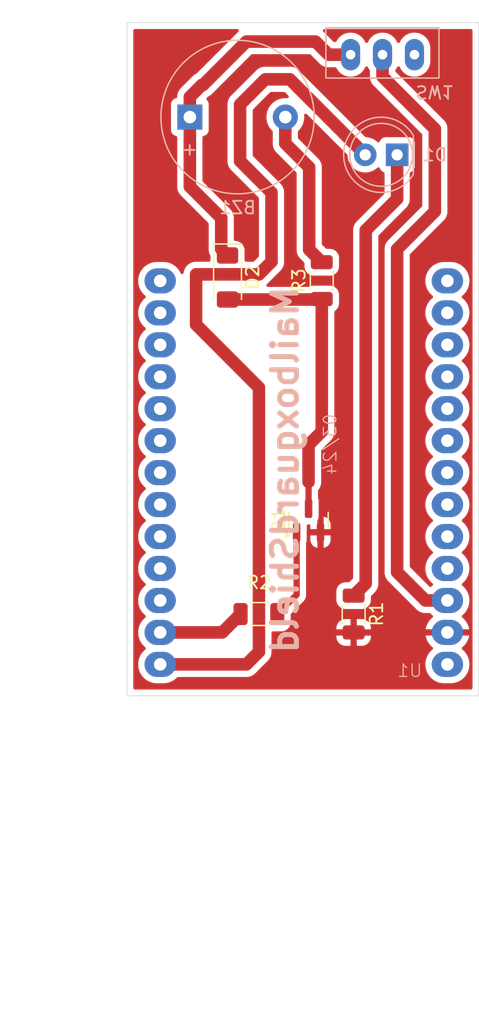
<source format=kicad_pcb>
(kicad_pcb (version 20240108) (generator "pcbnew") (generator_version "8.0")
  (layers (0 "F.Cu" signal) (31 "B.Cu" signal) (34 "B.Paste" user) (35 "F.Paste" user) (36 "B.SilkS" user "B.Silkscreen") (37 "F.SilkS" user "F.Silkscreen") (38 "B.Mask" user) (39 "F.Mask" user) (44 "Edge.Cuts" user))
  (net 0 "")
  (net 1 "Net-(BZ1-+)")
  (net 2 "Net-(BZ1--)")
  (net 3 "Net-(D1-K)")
  (net 4 "Net-(D1-A)")
  (net 5 "Net-(D2-A)")
  (net 6 "Net-(Q1-B)")
  (net 7 "GND")
  (net 8 "/PIN_BUZZER")
  (net 10 "+3.3V")
  (footprint "Resistor_SMD:R_1206_3216Metric" (layer "F.Cu") (at 92.5375 76 -90)
    (property "Reference" "R1" (at 0 -1.82 90) (layer "F.SilkS"))
    (property "Value" "470 - 1K")
    (fp_line (start -0.727064 0.91) (end 0.727064 0.91) (stroke (width 0.12)) (layer "F.SilkS"))
    (fp_line (start -0.727064 -0.91) (end 0.727064 -0.91) (stroke (width 0.12)) (layer "F.SilkS"))
    (pad "1" smd roundrect (at -1.4625 0 270) (size 1.125 1.75) (layers "F.Cu" "F.Paste" "F.Mask") (roundrect_rratio 0.2222222222) (net 3 "Net-(D1-K)"))
    (pad "2" smd roundrect (at 1.4625 0 270) (size 1.125 1.75) (layers "F.Cu" "F.Paste" "F.Mask") (roundrect_rratio 0.2222222222) (net 7 "GND"))
  )
  (footprint "Package_TO_SOT_SMD:SOT-23" (layer "F.Cu") (at 88.95 68.5625 90)
    (property "Reference" "Q1" (at 0 -2.4 -90) (layer "F.SilkS"))
    (property "Value" "MMBT3904")
    (fp_line (start 0 -1.56) (end 0.65 -1.56) (stroke (width 0.12)) (layer "F.SilkS"))
    (fp_line (start 0 -1.56) (end -0.65 -1.56) (stroke (width 0.12)) (layer "F.SilkS"))
    (fp_line (start 0 1.56) (end 0.65 1.56) (stroke (width 0.12)) (layer "F.SilkS"))
    (fp_line (start 0 1.56) (end -0.65 1.56) (stroke (width 0.12)) (layer "F.SilkS"))
    (fp_poly (pts (xy -1.1625 -1.51) (xy -1.4025 -1.84) (xy -0.9225 -1.84) (xy -1.1625 -1.51)) (stroke (width 0.12)) (fill solid) (layer "F.SilkS"))
    (pad "1" smd roundrect (at -0.9375 -0.95 90) (size 1.475 0.6) (layers "F.Cu" "F.Paste" "F.Mask") (net 6 "Net-(Q1-B)"))
    (pad "2" smd roundrect (at -0.9375 0.95 90) (size 1.475 0.6) (layers "F.Cu" "F.Paste" "F.Mask") (net 7 "GND"))
    (pad "3" smd roundrect (at 0.9375 0 90) (size 1.475 0.6) (layers "F.Cu" "F.Paste" "F.Mask") (net 5 "Net-(D2-A)"))
  )
  (footprint "Diode_SMD:D_MiniMELF" (layer "F.Cu") (at 82.5 49.25 -90)
    (property "Reference" "D2" (at 0 -2 -90) (layer "F.SilkS"))
    (property "Value" "1N4148")
    (fp_line (start -2.66 1.11) (end 1.75 1.11) (stroke (width 0.12)) (layer "F.SilkS"))
    (fp_line (start -2.66 -1.11) (end -2.66 1.11) (stroke (width 0.12)) (layer "F.SilkS"))
    (fp_line (start 1.75 -1.11) (end -2.66 -1.11) (stroke (width 0.12)) (layer "F.SilkS"))
    (pad "1" smd roundrect (at -1.75 0 270) (size 1.3 1.7) (layers "F.Cu" "F.Paste" "F.Mask") (roundrect_rratio 0.1923076923) (net 1 "Net-(BZ1-+)"))
    (pad "2" smd roundrect (at 1.75 0 270) (size 1.3 1.7) (layers "F.Cu" "F.Paste" "F.Mask") (roundrect_rratio 0.1923076923) (net 5 "Net-(D2-A)"))
  )
  (footprint "Resistor_SMD:R_1206_3216Metric" (layer "F.Cu") (at 85 76)
    (property "Reference" "R2" (at 0 -2.5 0) (layer "F.SilkS"))
    (property "Value" "1k")
    (fp_line (start -0.727064 -0.91) (end 0.727064 -0.91) (stroke (width 0.12)) (layer "F.SilkS"))
    (fp_line (start -0.727064 0.91) (end 0.727064 0.91) (stroke (width 0.12)) (layer "F.SilkS"))
    (pad "1" smd roundrect (at -1.4625 0) (size 1.125 1.75) (layers "F.Cu" "F.Paste" "F.Mask") (roundrect_rratio 0.2222222222) (net 8 "/PIN_BUZZER"))
    (pad "2" smd roundrect (at 1.4625 0) (size 1.125 1.75) (layers "F.Cu" "F.Paste" "F.Mask") (roundrect_rratio 0.2222222222) (net 6 "Net-(Q1-B)"))
  )
  (footprint "Resistor_SMD:R_1206_3216Metric" (layer "F.Cu") (at 90 49.5 90)
    (property "Reference" "R3" (at 0 -1.82 -90) (layer "F.SilkS"))
    (property "Value" "100R")
    (fp_line (start -0.727064 -0.91) (end 0.727064 -0.91) (stroke (width 0.12)) (layer "F.SilkS"))
    (fp_line (start -0.727064 0.91) (end 0.727064 0.91) (stroke (width 0.12)) (layer "F.SilkS"))
    (pad "1" smd roundrect (at -1.4625 0 90) (size 1.125 1.75) (layers "F.Cu" "F.Paste" "F.Mask") (roundrect_rratio 0.2222222222) (net 5 "Net-(D2-A)"))
    (pad "2" smd roundrect (at 1.4625 0 90) (size 1.125 1.75) (layers "F.Cu" "F.Paste" "F.Mask") (roundrect_rratio 0.2222222222) (net 2 "Net-(BZ1--)"))
  )
  (footprint "LED_THT:LED_D5.0mm" (layer "B.Cu") (at 96 39.5 180)
    (property "Reference" "D1" (at -3 0 180) (layer "B.SilkS") (effects (justify mirror)))
    (property "Value" "LED")
    (fp_line (start -1.29 -1.545) (end -1.29 1.545) (stroke (width 0.12)) (layer "B.SilkS"))
    (fp_arc (start 4.26 -0.000462) (mid 2.072002 2.880433) (end -1.29 1.54483) (stroke (width 0.12)) (layer "B.SilkS"))
    (fp_arc (start -1.29 -1.54483) (mid 2.072002 -2.880433) (end 4.26 0.000462) (stroke (width 0.12)) (layer "B.SilkS"))
    (fp_circle (center 1.27 0) (end 3.77 0) (stroke (width 0.12)) (fill none) (layer "B.SilkS"))
    (pad "1" thru_hole rect (at 0 0 180) (size 1.8 1.8) (drill 0.9) (layers "*.Cu" "*.Mask") (net 3 "Net-(D1-K)"))
    (pad "2" thru_hole circle (at 2.54 0 180) (size 1.8 1.8) (drill 0.9) (layers "*.Cu" "*.Mask") (net 4 "Net-(D1-A)"))
  )
  (footprint "Buzzer_Beeper:Buzzer_12x9.5RM7.6" (layer "B.Cu") (at 79.5 36.5)
    (property "Reference" "BZ1" (at 3.8 7.2 0) (layer "B.SilkS") (effects (justify mirror)))
    (property "Value" "Buzzer")
    (fp_circle (center 3.8 0) (end 9.9 0) (stroke (width 0.12)) (fill none) (layer "B.SilkS"))
    (fp_text user "+" (at -0.01 2.54 0) (layer "B.SilkS") (effects (justify mirror)))
    (pad "1" thru_hole rect (at 0 0) (size 2 2) (drill 1) (layers "*.Cu" "*.Mask") (net 1 "Net-(BZ1-+)"))
    (pad "2" thru_hole circle (at 7.6 0) (size 2 2) (drill 1) (layers "*.Cu" "*.Mask") (net 2 "Net-(BZ1--)"))
  )
  (footprint "LSC_footprint:Lilygo TTGO Lora32 shield" (layer "B.Cu") (at 100 80 180)
    (property "Reference" "U1" (at 3 -0.5 0) (layer "B.SilkS") (effects (font (thickness 0.1)) (justify mirror)))
    (property "Value" "~")
    (pad "1" thru_hole oval (at 22.86 0 180) (size 2.5 2) (drill 1) (layers "*.Cu" "*.Mask") (net 4 "Net-(D1-A)"))
    (pad "2" thru_hole oval (at 22.86 2.54 180) (size 2.5 2) (drill 1) (layers "*.Cu" "*.Mask") (net 8 "/PIN_BUZZER"))
    (pad "3" thru_hole oval (at 22.86 5.08 180) (size 2.5 2) (drill 1) (layers "*.Cu" "*.Mask"))
    (pad "4" thru_hole oval (at 22.86 7.62 180) (size 2.5 2) (drill 1) (layers "*.Cu" "*.Mask"))
    (pad "5" thru_hole oval (at 22.86 10.16 180) (size 2.5 2) (drill 1) (layers "*.Cu" "*.Mask"))
    (pad "6" thru_hole oval (at 22.86 12.7 180) (size 2.5 2) (drill 1) (layers "*.Cu" "*.Mask"))
    (pad "7" thru_hole oval (at 22.86 15.24 180) (size 2.5 2) (drill 1) (layers "*.Cu" "*.Mask"))
    (pad "8" thru_hole oval (at 22.86 17.78 180) (size 2.5 2) (drill 1) (layers "*.Cu" "*.Mask"))
    (pad "9" thru_hole oval (at 22.86 20.32 180) (size 2.5 2) (drill 1) (layers "*.Cu" "*.Mask"))
    (pad "10" thru_hole oval (at 22.86 22.86 180) (size 2.5 2) (drill 1) (layers "*.Cu" "*.Mask"))
    (pad "11" thru_hole oval (at 22.86 25.4 180) (size 2.5 2) (drill 1) (layers "*.Cu" "*.Mask"))
    (pad "12" thru_hole oval (at 22.86 27.94 180) (size 2.5 2) (drill 1) (layers "*.Cu" "*.Mask"))
    (pad "13" thru_hole oval (at 22.86 30.48 180) (size 2.5 2) (drill 1) (layers "*.Cu" "*.Mask"))
    (pad "14" thru_hole oval (at 0 0 180) (size 2.5 2) (drill 1) (layers "*.Cu" "*.Mask"))
    (pad "15" thru_hole oval (at 0 2.54 180) (size 2.5 2) (drill 1) (layers "*.Cu" "*.Mask") (net 7 "GND"))
    (pad "16" thru_hole oval (at 0 5.08 180) (size 2.5 2) (drill 1) (layers "*.Cu" "*.Mask") (net 10 "+3.3V"))
    (pad "17" thru_hole oval (at 0 7.62 180) (size 2.5 2) (drill 1) (layers "*.Cu" "*.Mask"))
    (pad "18" thru_hole oval (at 0 10.16 180) (size 2.5 2) (drill 1) (layers "*.Cu" "*.Mask"))
    (pad "19" thru_hole oval (at 0 12.7 180) (size 2.5 2) (drill 1) (layers "*.Cu" "*.Mask"))
    (pad "20" thru_hole oval (at 0 15.24 180) (size 2.5 2) (drill 1) (layers "*.Cu" "*.Mask"))
    (pad "21" thru_hole oval (at 0 17.78 180) (size 2.5 2) (drill 1) (layers "*.Cu" "*.Mask"))
    (pad "22" thru_hole oval (at 0 20.32 180) (size 2.5 2) (drill 1) (layers "*.Cu" "*.Mask"))
    (pad "23" thru_hole oval (at 0 22.86 180) (size 2.5 2) (drill 1) (layers "*.Cu" "*.Mask"))
    (pad "24" thru_hole oval (at 0 25.4 180) (size 2.5 2) (drill 1) (layers "*.Cu" "*.Mask"))
    (pad "25" thru_hole oval (at 0 27.94 180) (size 2.5 2) (drill 1) (layers "*.Cu" "*.Mask"))
    (pad "26" thru_hole oval (at 0 30.48 180) (size 2.5 2) (drill 1) (layers "*.Cu" "*.Mask"))
  )
  (footprint "LSC_footprint:SLIDE SWITCH" (layer "B.Cu") (at 94.767084 31.5)
    (property "Reference" "SW1" (at 4.232916 3 180) (layer "B.SilkS") (effects (justify mirror)))
    (property "Value" "BUZ_STOP")
    (fp_rect (start 4.561629 -2.101379) (end -4.438371 1.898621) (stroke (width 0.12)) (fill none) (layer "B.SilkS"))
    (pad "1" thru_hole oval (at -2.470342 0.040437) (size 1.524 2.5) (drill 0.762) (layers "*.Cu" "*.Mask") (net 1 "Net-(BZ1-+)"))
    (pad "2" thru_hole oval (at 0.069658 0.040437) (size 1.524 2.5) (drill 0.762) (layers "*.Cu" "*.Mask") (net 10 "+3.3V"))
    (pad "3" thru_hole oval (at 2.609658 0.040437) (size 1.524 2.5) (drill 0.762) (layers "*.Cu" "*.Mask"))
  )
  (gr_rect (start 74.5 29) (end 102.5 82.5) (stroke (width 0.05)) (fill none) (layer "Edge.Cuts"))
  (gr_text "MailboxguardShield" (at 88.25 49.75 90) (layer "B.SilkS") (effects (font (size 2 2) (thickness 0.4) (bold yes)) (justify left bottom mirror)))
  (gr_text "03/24" (at 91.25 60 90) (layer "B.SilkS") (effects (font (size 1 1) (thickness 0.1)) (justify left bottom mirror)))
  (segment (start 82.5 47.5) (end 82 47) (width 1) (layer "F.Cu") (net 1))
  (segment (start 82 47) (end 82 44.5225) (width 1) (layer "F.Cu") (net 1))
  (segment (start 79.5 36.5) (end 79.5 42.0225) (width 1) (layer "F.Cu") (net 1))
  (segment (start 82 44.5225) (end 79.5 42.0225) (width 1) (layer "F.Cu") (net 1))
  (segment (start 84 30.5) (end 80.55 33.95) (width 1) (layer "F.Cu") (net 1))
  (segment (start 89.5 30.5) (end 84 30.5) (width 1) (layer "F.Cu") (net 1))
  (segment (start 79.5 34.9) (end 79.5 36.5) (width 1) (layer "F.Cu") (net 1))
  (segment (start 90.540437 31.540437) (end 89.5 30.5) (width 1) (layer "F.Cu") (net 1))
  (segment (start 80.45 33.95) (end 79.5 34.9) (width 1) (layer "F.Cu") (net 1))
  (segment (start 80.55 33.95) (end 80.45 33.95) (width 1) (layer "F.Cu") (net 1))
  (segment (start 92.296742 31.540437) (end 90.540437 31.540437) (width 1) (layer "F.Cu") (net 1))
  (segment (start 89 40.5) (end 89 47.0375) (width 1) (layer "F.Cu") (net 2))
  (segment (start 87.1 36.5) (end 87.1 38.6) (width 1) (layer "F.Cu") (net 2))
  (segment (start 89 47.0375) (end 90 48.0375) (width 1) (layer "F.Cu") (net 2))
  (segment (start 87.1 38.6) (end 89 40.5) (width 1) (layer "F.Cu") (net 2))
  (segment (start 93.5 45.5) (end 93.5 73.575) (width 1) (layer "F.Cu") (net 3))
  (segment (start 93.5 73.575) (end 92.5375 74.5375) (width 1) (layer "F.Cu") (net 3))
  (segment (start 96 39.5) (end 96 43) (width 1) (layer "F.Cu") (net 3))
  (segment (start 96 43) (end 93.5 45.5) (width 1) (layer "F.Cu") (net 3))
  (segment (start 83.5 35.5) (end 83.5 40) (width 1) (layer "F.Cu") (net 4))
  (segment (start 84 80) (end 77.14 80) (width 1) (layer "F.Cu") (net 4))
  (segment (start 86 42.5) (end 86 48) (width 1) (layer "F.Cu") (net 4))
  (segment (start 85 49) (end 80 49) (width 1) (layer "F.Cu") (net 4))
  (segment (start 80 49) (end 80 53) (width 1) (layer "F.Cu") (net 4))
  (segment (start 85.5 33.5) (end 83.5 35.5) (width 1) (layer "F.Cu") (net 4))
  (segment (start 83.5 40) (end 86 42.5) (width 1) (layer "F.Cu") (net 4))
  (segment (start 86 48) (end 85 49) (width 1) (layer "F.Cu") (net 4))
  (segment (start 80 53) (end 85 58) (width 1) (layer "F.Cu") (net 4))
  (segment (start 85 79) (end 84 80) (width 1) (layer "F.Cu") (net 4))
  (segment (start 87.46 33.5) (end 85.5 33.5) (width 1) (layer "F.Cu") (net 4))
  (segment (start 85 58) (end 85 79) (width 1) (layer "F.Cu") (net 4))
  (segment (start 93.46 39.5) (end 87.46 33.5) (width 1) (layer "F.Cu") (net 4))
  (segment (start 90 61.5) (end 90 50.9625) (width 1) (layer "F.Cu") (net 5))
  (segment (start 88.95 67.625) (end 88.95 65.5) (width 0.5) (layer "F.Cu") (net 5))
  (segment (start 88.95 65.5) (end 88.95 62.55) (width 1) (layer "F.Cu") (net 5))
  (segment (start 89.9625 51) (end 90 50.9625) (width 1) (layer "F.Cu") (net 5))
  (segment (start 88.95 62.55) (end 90 61.5) (width 1) (layer "F.Cu") (net 5))
  (segment (start 82.5 51) (end 89.9625 51) (width 1) (layer "F.Cu") (net 5))
  (segment (start 88 74.4625) (end 86.4625 76) (width 0.5) (layer "F.Cu") (net 6))
  (segment (start 88 69.5) (end 88 74.4625) (width 0.5) (layer "F.Cu") (net 6))
  (segment (start 82.0775 77.46) (end 83.5375 76) (width 1) (layer "F.Cu") (net 8))
  (segment (start 77.14 77.46) (end 82.0775 77.46) (width 1) (layer "F.Cu") (net 8))
  (segment (start 99 37.44689) (end 99 44) (width 1) (layer "F.Cu") (net 10))
  (segment (start 96 72.67) (end 98.25 74.92) (width 1) (layer "F.Cu") (net 10))
  (segment (start 99 44) (end 96 47) (width 1) (layer "F.Cu") (net 10))
  (segment (start 98.25 74.92) (end 100 74.92) (width 1) (layer "F.Cu") (net 10))
  (segment (start 94.836742 33.283632) (end 99 37.44689) (width 1) (layer "F.Cu") (net 10))
  (segment (start 94.836742 31.540437) (end 94.836742 33.283632) (width 1) (layer "F.Cu") (net 10))
  (segment (start 96 47) (end 96 72.67) (width 1) (layer "F.Cu") (net 10))
  (zone (net 7) (net_name "GND") (layer "F.Cu") (connect_pads (clearance 0.5)) (min_thickness 0.25) (fill yes (thermal_gap 0.5) (thermal_bridge_width 0.5))
    (polygon (pts (xy 102 82) (xy 102 29.5) (xy 75 29.5) (xy 75 82)))
  )
)
</source>
